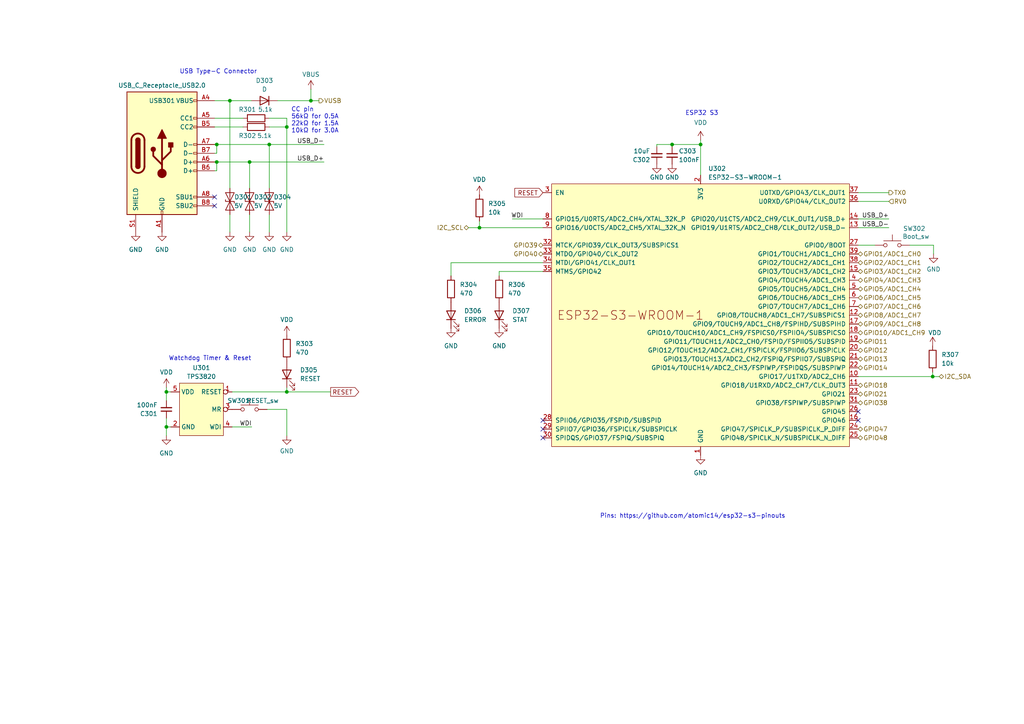
<source format=kicad_sch>
(kicad_sch (version 20231120) (generator "eeschema") (generator_version "8.0")
  (paper "A4")
  (lib_symbols
    (symbol "Connector:USB_C_Receptacle_USB2.0" (pin_names (offset 1.016))
      (property "Reference" "J" (at -10.16 19.05 0))
      (property "Value" "USB_C_Receptacle_USB2.0" (at 19.05 19.05 0))
      (symbol "USB_C_Receptacle_USB2.0_0_0"
        (rectangle (start -0.254 -17.78) (end 0.254 -16.764))
        (rectangle (start 10.16 -14.986) (end 9.144 -15.494))
        (rectangle (start 10.16 -12.446) (end 9.144 -12.954))
        (rectangle (start 10.16 -4.826) (end 9.144 -5.334))
        (rectangle (start 10.16 -2.286) (end 9.144 -2.794))
        (rectangle (start 10.16 0.254) (end 9.144 -0.254))
        (rectangle (start 10.16 2.794) (end 9.144 2.286))
        (rectangle (start 10.16 7.874) (end 9.144 7.366))
        (rectangle (start 10.16 10.414) (end 9.144 9.906))
        (rectangle (start 10.16 15.494) (end 9.144 14.986))
      )
      (symbol "USB_C_Receptacle_USB2.0_0_1"
        (rectangle (start -10.16 17.78) (end 10.16 -17.78) (stroke (width 0.254)) (fill (type background)))
        (arc (start -8.89 -3.81) (mid -6.985 -5.7067) (end -5.08 -3.81) (stroke (width 0.508)))
        (arc (start -7.62 -3.81) (mid -6.985 -4.4423) (end -6.35 -3.81) (stroke (width 0.254)))
        (arc (start -7.62 -3.81) (mid -6.985 -4.4423) (end -6.35 -3.81) (stroke (width 0.254)) (fill (type outline)))
        (rectangle (start -7.62 -3.81) (end -6.35 3.81) (stroke (width 0.254)) (fill (type outline)))
        (arc (start -6.35 3.81) (mid -6.985 4.4423) (end -7.62 3.81) (stroke (width 0.254)))
        (arc (start -6.35 3.81) (mid -6.985 4.4423) (end -7.62 3.81) (stroke (width 0.254)) (fill (type outline)))
        (arc (start -5.08 3.81) (mid -6.985 5.7067) (end -8.89 3.81) (stroke (width 0.508)))
        (circle (center -2.54 1.143) (radius 0.635) (stroke (width 0.254)) (fill (type outline)))
        (circle (center 0 -5.842) (radius 1.27) (fill (type outline)))
        (polyline (pts (xy -8.89 -3.81) (xy -8.89 3.81)) (stroke (width 0.508)))
        (polyline (pts (xy -5.08 3.81) (xy -5.08 -3.81)) (stroke (width 0.508)))
        (polyline (pts (xy 0 -5.842) (xy 0 4.318)) (stroke (width 0.508)))
        (polyline (pts (xy 0 -3.302) (xy -2.54 -0.762) (xy -2.54 0.508)) (stroke (width 0.508)))
        (polyline (pts (xy 0 -2.032) (xy 2.54 0.508) (xy 2.54 1.778)) (stroke (width 0.508)))
        (polyline (pts (xy -1.27 4.318) (xy 0 6.858) (xy 1.27 4.318) (xy -1.27 4.318)) (stroke (width 0.254)) (fill (type outline)))
        (rectangle (start 1.905 1.778) (end 3.175 3.048) (stroke (width 0.254)) (fill (type outline)))
      )
      (symbol "USB_C_Receptacle_USB2.0_1_1"
        (pin passive line (at 0 -22.86 90) (length 5.08) (name "GND") (number "A1"))
        (pin passive line (at 0 -22.86 90) (length 5.08) hide (name "GND") (number "A12"))
        (pin passive line (at 15.24 15.24 180) (length 5.08) (name "VBUS") (number "A4"))
        (pin bidirectional line (at 15.24 10.16 180) (length 5.08) (name "CC1") (number "A5"))
        (pin bidirectional line (at 15.24 -2.54 180) (length 5.08) (name "D+") (number "A6"))
        (pin bidirectional line (at 15.24 2.54 180) (length 5.08) (name "D-") (number "A7"))
        (pin bidirectional line (at 15.24 -12.7 180) (length 5.08) (name "SBU1") (number "A8"))
        (pin passive line (at 15.24 15.24 180) (length 5.08) hide (name "VBUS") (number "A9"))
        (pin passive line (at 0 -22.86 90) (length 5.08) hide (name "GND") (number "B1"))
        (pin passive line (at 0 -22.86 90) (length 5.08) hide (name "GND") (number "B12"))
        (pin passive line (at 15.24 15.24 180) (length 5.08) hide (name "VBUS") (number "B4"))
        (pin bidirectional line (at 15.24 7.62 180) (length 5.08) (name "CC2") (number "B5"))
        (pin bidirectional line (at 15.24 -5.08 180) (length 5.08) (name "D+") (number "B6"))
        (pin bidirectional line (at 15.24 0 180) (length 5.08) (name "D-") (number "B7"))
        (pin bidirectional line (at 15.24 -15.24 180) (length 5.08) (name "SBU2") (number "B8"))
        (pin passive line (at 15.24 15.24 180) (length 5.08) hide (name "VBUS") (number "B9"))
        (pin passive line (at -7.62 -22.86 90) (length 5.08) (name "SHIELD") (number "S1"))
      )
    )
    (symbol "Device:C_Small" (pin_numbers hide) (pin_names (offset 0.254) hide)
      (property "Reference" "C" (at 0.254 1.778 0))
      (property "Value" "C_Small" (at 0.254 -2.032 0))
      (symbol "C_Small_0_1"
        (polyline (pts (xy -1.524 -0.508) (xy 1.524 -0.508)) (stroke (width 0.3302)))
        (polyline (pts (xy -1.524 0.508) (xy 1.524 0.508)) (stroke (width 0.3048)))
      )
      (symbol "C_Small_1_1"
        (pin passive line (at 0 2.54 270) (length 2.032) (name "~") (number "1"))
        (pin passive line (at 0 -2.54 90) (length 2.032) (name "~") (number "2"))
      )
    )
    (symbol "Device:D" (pin_numbers hide) (pin_names (offset 1.016) hide)
      (property "Reference" "D" (at 0 2.54 0))
      (property "Value" "D" (at 0 -2.54 0))
      (symbol "D_0_1"
        (polyline (pts (xy -1.27 1.27) (xy -1.27 -1.27)) (stroke (width 0.254)))
        (polyline (pts (xy 1.27 0) (xy -1.27 0)))
        (polyline (pts (xy 1.27 1.27) (xy 1.27 -1.27) (xy -1.27 0) (xy 1.27 1.27)) (stroke (width 0.254)))
      )
      (symbol "D_1_1"
        (pin passive line (at -3.81 0 0) (length 2.54) (name "K") (number "1"))
        (pin passive line (at 3.81 0 180) (length 2.54) (name "A") (number "2"))
      )
    )
    (symbol "Device:LED" (pin_numbers hide) (pin_names (offset 1.016) hide)
      (property "Reference" "D" (at 0 2.54 0))
      (property "Value" "LED" (at 0 -2.54 0))
      (symbol "LED_0_1"
        (polyline (pts (xy -1.27 -1.27) (xy -1.27 1.27)) (stroke (width 0.254)))
        (polyline (pts (xy -1.27 0) (xy 1.27 0)))
        (polyline (pts (xy 1.27 -1.27) (xy 1.27 1.27) (xy -1.27 0) (xy 1.27 -1.27)) (stroke (width 0.254)))
        (polyline (pts (xy -3.048 -0.762) (xy -4.572 -2.286) (xy -3.81 -2.286) (xy -4.572 -2.286) (xy -4.572 -1.524)))
        (polyline (pts (xy -1.778 -0.762) (xy -3.302 -2.286) (xy -2.54 -2.286) (xy -3.302 -2.286) (xy -3.302 -1.524)))
      )
      (symbol "LED_1_1"
        (pin passive line (at -3.81 0 0) (length 2.54) (name "K") (number "1"))
        (pin passive line (at 3.81 0 180) (length 2.54) (name "A") (number "2"))
      )
    )
    (symbol "Device:R" (pin_numbers hide) (pin_names (offset 0))
      (property "Reference" "R" (at 2.032 0 90))
      (property "Value" "R" (at 0 0 90))
      (symbol "R_0_1"
        (rectangle (start -1.016 -2.54) (end 1.016 2.54) (stroke (width 0.254)))
      )
      (symbol "R_1_1"
        (pin passive line (at 0 3.81 270) (length 1.27) (name "~") (number "1"))
        (pin passive line (at 0 -3.81 90) (length 1.27) (name "~") (number "2"))
      )
    )
    (symbol "Diode:ESD9B5.0ST5G" (pin_numbers hide) (pin_names (offset 1.016) hide)
      (property "Reference" "D" (at 0 2.54 0))
      (property "Value" "ESD9B5.0ST5G" (at 0 -2.54 0))
      (symbol "ESD9B5.0ST5G_0_1"
        (polyline (pts (xy 1.27 0) (xy -1.27 0)))
        (polyline (pts (xy -2.54 -1.27) (xy 0 0) (xy -2.54 1.27) (xy -2.54 -1.27)) (stroke (width 0.2032)))
        (polyline (pts (xy 0.508 1.27) (xy 0 1.27) (xy 0 -1.27) (xy -0.508 -1.27)) (stroke (width 0.2032)))
        (polyline (pts (xy 2.54 1.27) (xy 2.54 -1.27) (xy 0 0) (xy 2.54 1.27)) (stroke (width 0.2032)))
      )
      (symbol "ESD9B5.0ST5G_1_1"
        (pin passive line (at -3.81 0 0) (length 2.54) (name "A1") (number "1"))
        (pin passive line (at 3.81 0 180) (length 2.54) (name "A2") (number "2"))
      )
    )
    (symbol "PCM_Espressif:ESP32-S3-WROOM-1" (pin_names (offset 1.016))
      (property "Reference" "U" (at -43.18 43.18 0))
      (property "Value" "ESP32-S3-WROOM-1" (at -43.18 40.64 0))
      (symbol "ESP32-S3-WROOM-1_0_0"
        (text "ESP32-S3-WROOM-1" (at -20.32 0 0) (effects (font (size 2.54 2.54))))
        (pin power_in line (at 0 -40.64 90) (length 2.54) (name "GND") (number "1"))
        (pin bidirectional line (at 45.72 -17.78 180) (length 2.54) (name "GPIO17/U1TXD/ADC2_CH6") (number "10"))
        (pin bidirectional line (at 45.72 -20.32 180) (length 2.54) (name "GPIO18/U1RXD/ADC2_CH7/CLK_OUT3") (number "11"))
        (pin bidirectional line (at 45.72 0 180) (length 2.54) (name "GPIO8/TOUCH8/ADC1_CH7/SUBSPICS1") (number "12"))
        (pin bidirectional line (at 45.72 25.4 180) (length 2.54) (name "GPIO19/U1RTS/ADC2_CH8/CLK_OUT2/USB_D-") (number "13"))
        (pin bidirectional line (at 45.72 27.94 180) (length 2.54) (name "GPIO20/U1CTS/ADC2_CH9/CLK_OUT1/USB_D+") (number "14"))
        (pin bidirectional line (at 45.72 12.7 180) (length 2.54) (name "GPIO3/TOUCH3/ADC1_CH2") (number "15"))
        (pin bidirectional line (at 45.72 -30.48 180) (length 2.54) (name "GPIO46") (number "16"))
        (pin bidirectional line (at 45.72 -2.54 180) (length 2.54) (name "GPIO9/TOUCH9/ADC1_CH8/FSPIHD/SUBSPIHD") (number "17"))
        (pin bidirectional line (at 45.72 -5.08 180) (length 2.54) (name "GPIO10/TOUCH10/ADC1_CH9/FSPICS0/FSPIIO4/SUBSPICS0") (number "18"))
        (pin bidirectional line (at 45.72 -7.62 180) (length 2.54) (name "GPIO11/TOUCH11/ADC2_CH0/FSPID/FSPIIO5/SUBSPID") (number "19"))
        (pin power_in line (at 0 40.64 270) (length 2.54) (name "3V3") (number "2"))
        (pin bidirectional line (at 45.72 -10.16 180) (length 2.54) (name "GPIO12/TOUCH12/ADC2_CH1/FSPICLK/FSPIIO6/SUBSPICLK") (number "20"))
        (pin bidirectional line (at 45.72 -12.7 180) (length 2.54) (name "GPIO13/TOUCH13/ADC2_CH2/FSPIQ/FSPIIO7/SUBSPIQ") (number "21"))
        (pin bidirectional line (at 45.72 -15.24 180) (length 2.54) (name "GPIO14/TOUCH14/ADC2_CH3/FSPIWP/FSPIDQS/SUBSPIWP") (number "22"))
        (pin bidirectional line (at 45.72 -22.86 180) (length 2.54) (name "GPIO21") (number "23"))
        (pin bidirectional line (at 45.72 -33.02 180) (length 2.54) (name "GPIO47/SPICLK_P/SUBSPICLK_P_DIFF") (number "24"))
        (pin bidirectional line (at 45.72 -35.56 180) (length 2.54) (name "GPIO48/SPICLK_N/SUBSPICLK_N_DIFF") (number "25"))
        (pin bidirectional line (at 45.72 -27.94 180) (length 2.54) (name "GPIO45") (number "26"))
        (pin bidirectional line (at 45.72 20.32 180) (length 2.54) (name "GPIO0/BOOT") (number "27"))
        (pin bidirectional line (at -45.72 -30.48 0) (length 2.54) (name "SPIIO6/GPIO35/FSPID/SUBSPID") (number "28"))
        (pin bidirectional line (at -45.72 -33.02 0) (length 2.54) (name "SPIIO7/GPIO36/FSPICLK/SUBSPICLK") (number "29"))
        (pin input line (at -45.72 35.56 0) (length 2.54) (name "EN") (number "3"))
        (pin bidirectional line (at -45.72 -35.56 0) (length 2.54) (name "SPIDQS/GPIO37/FSPIQ/SUBSPIQ") (number "30"))
        (pin bidirectional line (at 45.72 -25.4 180) (length 2.54) (name "GPIO38/FSPIWP/SUBSPIWP") (number "31"))
        (pin bidirectional line (at -45.72 20.32 0) (length 2.54) (name "MTCK/GPIO39/CLK_OUT3/SUBSPICS1") (number "32"))
        (pin bidirectional line (at -45.72 17.78 0) (length 2.54) (name "MTDO/GPIO40/CLK_OUT2") (number "33"))
        (pin bidirectional line (at -45.72 15.24 0) (length 2.54) (name "MTDI/GPIO41/CLK_OUT1") (number "34"))
        (pin bidirectional line (at -45.72 12.7 0) (length 2.54) (name "MTMS/GPIO42") (number "35"))
        (pin bidirectional line (at 45.72 33.02 180) (length 2.54) (name "U0RXD/GPIO44/CLK_OUT2") (number "36"))
        (pin bidirectional line (at 45.72 35.56 180) (length 2.54) (name "U0TXD/GPIO43/CLK_OUT1") (number "37"))
        (pin bidirectional line (at 45.72 15.24 180) (length 2.54) (name "GPIO2/TOUCH2/ADC1_CH1") (number "38"))
        (pin bidirectional line (at 45.72 17.78 180) (length 2.54) (name "GPIO1/TOUCH1/ADC1_CH0") (number "39"))
        (pin bidirectional line (at 45.72 10.16 180) (length 2.54) (name "GPIO4/TOUCH4/ADC1_CH3") (number "4"))
        (pin passive line (at 0 -40.64 90) (length 2.54) hide (name "GND") (number "40"))
        (pin passive line (at 0 -40.64 90) (length 2.54) hide (name "GND") (number "41"))
        (pin bidirectional line (at 45.72 7.62 180) (length 2.54) (name "GPIO5/TOUCH5/ADC1_CH4") (number "5"))
        (pin bidirectional line (at 45.72 5.08 180) (length 2.54) (name "GPIO6/TOUCH6/ADC1_CH5") (number "6"))
        (pin bidirectional line (at 45.72 2.54 180) (length 2.54) (name "GPIO7/TOUCH7/ADC1_CH6") (number "7"))
        (pin bidirectional line (at -45.72 27.94 0) (length 2.54) (name "GPIO15/U0RTS/ADC2_CH4/XTAL_32K_P") (number "8"))
        (pin bidirectional line (at -45.72 25.4 0) (length 2.54) (name "GPIO16/U0CTS/ADC2_CH5/XTAL_32K_N") (number "9"))
      )
      (symbol "ESP32-S3-WROOM-1_0_1"
        (rectangle (start -43.18 38.1) (end 43.18 -38.1) (fill (type background)))
      )
    )
    (symbol "Switch:SW_Push" (pin_numbers hide) (pin_names (offset 1.016) hide)
      (property "Reference" "SW" (at 1.27 2.54 0))
      (property "Value" "SW_Push" (at 0 -1.524 0))
      (symbol "SW_Push_0_1"
        (circle (center -2.032 0) (radius 0.508))
        (polyline (pts (xy 0 1.27) (xy 0 3.048)))
        (polyline (pts (xy 2.54 1.27) (xy -2.54 1.27)))
        (circle (center 2.032 0) (radius 0.508))
        (pin passive line (at -5.08 0 0) (length 2.54) (name "1") (number "1"))
        (pin passive line (at 5.08 0 180) (length 2.54) (name "2") (number "2"))
      )
    )
    (symbol "WOBCLibrary:TPS3820"
      (property "Reference" "U" (at 0 0 0))
      (property "Value" "TPS3820" (at 0 8.89 0))
      (symbol "TPS3820_1_1"
        (rectangle (start -6.35 7.62) (end 6.35 -7.62) (fill (type background)))
        (pin output inverted (at 8.89 5.08 180) (length 2.54) (name "RESET") (number "1"))
        (pin power_in line (at -8.89 -5.08 0) (length 2.54) (name "GND") (number "2"))
        (pin input inverted (at 8.89 0 180) (length 2.54) (name "MR") (number "3"))
        (pin input line (at 8.89 -5.08 180) (length 2.54) (name "WDI") (number "4"))
        (pin power_in line (at -8.89 5.08 0) (length 2.54) (name "VDD") (number "5"))
      )
    )
    (symbol "power:GND" (power) (pin_names (offset 0))
      (property "Value" "GND" (at 0 -3.81 0))
      (symbol "GND_0_1"
        (polyline (pts (xy 0 0) (xy 0 -1.27) (xy 1.27 -1.27) (xy 0 -2.54) (xy -1.27 -1.27) (xy 0 -1.27)))
      )
      (symbol "GND_1_1"
        (pin power_in line (at 0 0 270) (length 0) hide (name "GND") (number "1"))
      )
    )
    (symbol "power:VBUS" (power) (pin_numbers hide) (pin_names (offset 0) hide)
      (property "Value" "VBUS" (at 0 3.556 0))
      (symbol "VBUS_0_1"
        (polyline (pts (xy -0.762 1.27) (xy 0 2.54)))
        (polyline (pts (xy 0 0) (xy 0 2.54)))
        (polyline (pts (xy 0 2.54) (xy 0.762 1.27)))
      )
      (symbol "VBUS_1_1"
        (pin power_in line (at 0 0 90) (length 0) (name "~") (number "1"))
      )
    )
    (symbol "power:VDD" (power) (pin_names (offset 0))
      (property "Value" "VDD" (at 0 3.81 0))
      (symbol "VDD_0_1"
        (polyline (pts (xy -0.762 1.27) (xy 0 2.54)))
        (polyline (pts (xy 0 0) (xy 0 2.54)))
        (polyline (pts (xy 0 2.54) (xy 0.762 1.27)))
      )
      (symbol "VDD_1_1"
        (pin power_in line (at 0 0 90) (length 0) hide (name "VDD") (number "1"))
      )
    )
  )
  (junction (at 62.865 41.91))
  (junction (at 83.185 36.83))
  (junction (at 90.17 29.21))
  (junction (at 48.26 123.825))
  (junction (at 62.865 46.99))
  (junction (at 48.26 113.665))
  (junction (at 66.675 29.21))
  (junction (at 194.945 41.91))
  (junction (at 203.2 41.91))
  (junction (at 139.065 66.04))
  (junction (at 83.185 113.665))
  (junction (at 270.51 109.22))
  (junction (at 72.39 46.99))
  (junction (at 78.105 41.91))
  (no_connect (at 248.92 121.92))
  (no_connect (at 62.23 57.15))
  (no_connect (at 157.48 121.92))
  (no_connect (at 157.48 127))
  (no_connect (at 62.23 59.69))
  (no_connect (at 248.92 119.38))
  (no_connect (at 157.48 124.46))
  (wire (pts (xy 83.185 36.83) (xy 83.185 67.31)))
  (wire (pts (xy 248.92 55.88) (xy 257.81 55.88)))
  (wire (pts (xy 190.5 42.545) (xy 190.5 41.91)))
  (wire (pts (xy 130.81 76.2) (xy 157.48 76.2)))
  (wire (pts (xy 194.945 41.91) (xy 194.945 42.545)))
  (wire (pts (xy 48.26 113.665) (xy 49.53 113.665)))
  (wire (pts (xy 78.105 67.31) (xy 78.105 62.23)))
  (wire (pts (xy 95.885 113.665) (xy 83.185 113.665)))
  (wire (pts (xy 263.906 71.12) (xy 270.764 71.12)))
  (wire (pts (xy 272.415 109.22) (xy 270.51 109.22)))
  (wire (pts (xy 203.2 41.91) (xy 194.945 41.91)))
  (wire (pts (xy 144.78 78.74) (xy 157.48 78.74)))
  (wire (pts (xy 203.2 40.64) (xy 203.2 41.91)))
  (wire (pts (xy 83.185 113.665) (xy 67.31 113.665)))
  (wire (pts (xy 62.865 41.91) (xy 78.105 41.91)))
  (wire (pts (xy 270.764 71.12) (xy 270.764 73.66)))
  (wire (pts (xy 78.105 36.83) (xy 83.185 36.83)))
  (wire (pts (xy 62.23 49.53) (xy 62.865 49.53)))
  (wire (pts (xy 80.518 29.21) (xy 90.17 29.21)))
  (wire (pts (xy 83.185 112.395) (xy 83.185 113.665)))
  (wire (pts (xy 78.105 41.91) (xy 78.105 54.61)))
  (wire (pts (xy 73.025 123.825) (xy 67.31 123.825)))
  (wire (pts (xy 83.185 118.745) (xy 83.185 126.365)))
  (wire (pts (xy 139.065 66.04) (xy 157.48 66.04)))
  (wire (pts (xy 90.17 25.908) (xy 90.17 29.21)))
  (wire (pts (xy 48.26 126.365) (xy 48.26 123.825)))
  (wire (pts (xy 93.98 46.99) (xy 72.39 46.99)))
  (wire (pts (xy 139.065 64.135) (xy 139.065 66.04)))
  (wire (pts (xy 66.675 29.21) (xy 72.898 29.21)))
  (wire (pts (xy 270.51 107.95) (xy 270.51 109.22)))
  (wire (pts (xy 66.675 29.21) (xy 62.23 29.21)))
  (wire (pts (xy 62.23 41.91) (xy 62.865 41.91)))
  (wire (pts (xy 48.26 121.285) (xy 48.26 123.825)))
  (wire (pts (xy 72.39 46.99) (xy 72.39 54.61)))
  (wire (pts (xy 90.17 29.21) (xy 92.5122 29.21)))
  (wire (pts (xy 144.78 80.01) (xy 144.78 78.74)))
  (wire (pts (xy 72.39 67.31) (xy 72.39 62.23)))
  (wire (pts (xy 270.51 109.22) (xy 248.92 109.22)))
  (wire (pts (xy 257.81 66.04) (xy 248.92 66.04)))
  (wire (pts (xy 135.89 66.04) (xy 139.065 66.04)))
  (wire (pts (xy 48.26 113.665) (xy 48.26 116.205)))
  (wire (pts (xy 190.5 41.91) (xy 194.945 41.91)))
  (wire (pts (xy 72.39 46.99) (xy 62.865 46.99)))
  (wire (pts (xy 83.185 34.29) (xy 83.185 36.83)))
  (wire (pts (xy 248.92 71.12) (xy 253.746 71.12)))
  (wire (pts (xy 70.485 36.83) (xy 62.23 36.83)))
  (wire (pts (xy 66.675 29.21) (xy 66.675 54.61)))
  (wire (pts (xy 130.81 76.2) (xy 130.81 80.01)))
  (wire (pts (xy 62.865 49.53) (xy 62.865 46.99)))
  (wire (pts (xy 148.59 63.5) (xy 157.48 63.5)))
  (wire (pts (xy 48.26 123.825) (xy 49.53 123.825)))
  (wire (pts (xy 78.105 41.91) (xy 93.98 41.91)))
  (wire (pts (xy 62.23 44.45) (xy 62.865 44.45)))
  (wire (pts (xy 48.26 112.395) (xy 48.26 113.665)))
  (wire (pts (xy 62.865 44.45) (xy 62.865 41.91)))
  (wire (pts (xy 70.485 34.29) (xy 62.23 34.29)))
  (wire (pts (xy 77.47 118.745) (xy 83.185 118.745)))
  (wire (pts (xy 62.865 46.99) (xy 62.23 46.99)))
  (wire (pts (xy 78.105 34.29) (xy 83.185 34.29)))
  (wire (pts (xy 257.81 63.5) (xy 248.92 63.5)))
  (wire (pts (xy 66.675 67.31) (xy 66.675 62.23)))
  (wire (pts (xy 257.81 58.42) (xy 248.92 58.42)))
  (wire (pts (xy 203.2 41.91) (xy 203.2 50.8)))
  (text "Pins: https://github.com/atomic14/esp32-s3-pinouts" (at 173.99 150.495 0) (effects (font (size 1.27 1.27)) (justify left bottom)))
  (text "Watchdog Timer & Reset" (at 48.895 104.775 0) (effects (font (size 1.27 1.27)) (justify left bottom)))
  (text "USB Type-C Connector" (at 52.07 21.59 0) (effects (font (size 1.27 1.27)) (justify left bottom)))
  (text "CC pin\n56kΩ for 0.5A\n22kΩ for 1.5A\n10kΩ for 3.0A" (at 84.455 38.735 0) (effects (font (size 1.27 1.27)) (justify left bottom)))
  (text "ESP32 S3" (at 198.755 33.655 0) (effects (font (size 1.27 1.27)) (justify left bottom)))
  (label "USB_D+" (at 257.81 63.5 180))
  (label "WDI" (at 73.025 123.825 180))
  (label "USB_D+" (at 93.98 46.99 180))
  (label "WDI" (at 151.765 63.5 180))
  (label "USB_D-" (at 93.98 41.91 180))
  (label "USB_D-" (at 257.81 66.04 180))
  (global_label "RESET" (shape output) (at 95.885 113.665 0) (property "Intersheetrefs" "${INTERSHEET_REFS}" (effects (hide yes))))
  (global_label "RESET" (shape input) (at 157.48 55.88 180) (property "Intersheetrefs" "${INTERSHEET_REFS}" (effects (hide yes))))
  (hierarchical_label "GPIO4{slash}ADC1_CH3" (shape bidirectional) (at 248.92 81.28 0))
  (hierarchical_label "RV0" (shape input) (at 257.81 58.42 0))
  (hierarchical_label "GPIO13" (shape bidirectional) (at 248.92 104.14 0))
  (hierarchical_label "I2C_SCL" (shape bidirectional) (at 135.89 66.04 180))
  (hierarchical_label "GPIO10{slash}ADC1_CH9" (shape bidirectional) (at 248.92 96.52 0))
  (hierarchical_label "VUSB" (shape output) (at 92.5122 29.21 0))
  (hierarchical_label "GPIO21" (shape bidirectional) (at 248.92 114.3 0))
  (hierarchical_label "TX0" (shape output) (at 257.81 55.88 0))
  (hierarchical_label "GPIO8{slash}ADC1_CH7" (shape bidirectional) (at 248.92 91.44 0))
  (hierarchical_label "GPIO39" (shape bidirectional) (at 157.48 71.12 180))
  (hierarchical_label "GPIO7{slash}ADC1_CH6" (shape bidirectional) (at 248.92 88.9 0))
  (hierarchical_label "I2C_SDA" (shape bidirectional) (at 272.415 109.22 0))
  (hierarchical_label "GPIO12" (shape bidirectional) (at 248.92 101.6 0))
  (hierarchical_label "GPIO14" (shape bidirectional) (at 248.92 106.68 0))
  (hierarchical_label "GPIO11" (shape bidirectional) (at 248.92 99.06 0))
  (hierarchical_label "GPIO38" (shape bidirectional) (at 248.92 116.84 0))
  (hierarchical_label "GPIO18" (shape bidirectional) (at 248.92 111.76 0))
  (hierarchical_label "GPIO9{slash}ADC1_CH8" (shape bidirectional) (at 248.92 93.98 0))
  (hierarchical_label "GPIO40" (shape bidirectional) (at 157.48 73.66 180))
  (hierarchical_label "GPIO3{slash}ADC1_CH2" (shape bidirectional) (at 248.92 78.74 0))
  (hierarchical_label "GPIO48" (shape bidirectional) (at 248.92 127 0))
  (hierarchical_label "GPIO5{slash}ADC1_CH4" (shape bidirectional) (at 248.92 83.82 0))
  (hierarchical_label "GPIO1{slash}ADC1_CH0" (shape bidirectional) (at 248.92 73.66 0))
  (hierarchical_label "GPIO6{slash}ADC1_CH5" (shape bidirectional) (at 248.92 86.36 0))
  (hierarchical_label "GPIO2{slash}ADC1_CH1" (shape bidirectional) (at 248.92 76.2 0))
  (hierarchical_label "GPIO47" (shape bidirectional) (at 248.92 124.46 0))
  (symbol (lib_id "Diode:ESD9B5.0ST5G") (at 72.39 58.42 90) (unit 1)
    (property "Reference" "D302" (at 73.66 57.15 90) (effects (justify right)))
    (property "Value" "5V" (at 73.66 59.69 90) (effects (justify right)))
    (property "Footprint" "Diode_SMD:D_SOD-882D" (effects (hide yes)))
    (property "Datasheet" "https://www.onsemi.com/pub/Collateral/ESD9B-D.PDF" (effects (hide yes)))
    (property "LCSC" "C7420372" (effects (hide yes)))
  )
  (symbol (lib_id "power:VDD") (at 203.2 40.64 0) (unit 1)
    (property "Reference" "#PWR0319" (effects (hide yes)))
    (property "Value" "VDD" (at 203.2 35.56 0))
    (instances (project "Rocket" (path "" (reference "#PWR0319") (unit 1))) (project "IGNRocketOrderFile" (path "" (reference "#PWR0317") (unit 1))))
  )
  (symbol (lib_id "Device:LED") (at 83.185 108.585 90) (unit 1)
    (property "Reference" "D305" (at 86.995 107.315 90) (effects (justify right)))
    (property "Value" "RESET" (at 86.995 109.855 90) (effects (justify right)))
    (property "Footprint" "LED_SMD:LED_0805_2012Metric" (effects (hide yes)))
    (property "LCSC" "C2296" (effects (hide yes)))
  )
  (symbol (lib_id "Diode:ESD9B5.0ST5G") (at 66.675 58.42 90) (unit 1)
    (property "Reference" "D301" (at 67.945 57.15 90) (effects (justify right)))
    (property "Value" "5V" (at 67.945 59.69 90) (effects (justify right)))
    (property "Footprint" "Diode_SMD:D_SOD-882D" (effects (hide yes)))
    (property "Datasheet" "https://www.onsemi.com/pub/Collateral/ESD9B-D.PDF" (effects (hide yes)))
    (property "LCSC" "C7420372" (effects (hide yes)))
  )
  (symbol (lib_id "Device:R") (at 83.185 100.965 0) (unit 1)
    (property "Reference" "R303" (at 85.725 99.695 0) (effects (justify left)))
    (property "Value" "470" (at 85.725 102.235 0) (effects (justify left)))
    (property "Footprint" "Resistor_SMD:R_0402_1005Metric" (effects (hide yes)))
    (property "LCSC" "C25117" (effects (hide yes)))
  )
  (symbol (lib_id "power:GND") (at 194.945 47.625 0) (unit 1)
    (property "Reference" "#PWR0318" (effects (hide yes)))
    (property "Value" "GND" (at 194.945 51.435 0))
    (instances (project "Rocket" (path "" (reference "#PWR0318") (unit 1))) (project "IGNRocketOrderFile" (path "" (reference "#PWR0316") (unit 1))))
  )
  (symbol (lib_id "power:GND") (at 83.185 126.365 0) (unit 1)
    (property "Reference" "#PWR0312" (effects (hide yes)))
    (property "Value" "GND" (at 83.185 130.81 0))
    (instances (project "Rocket" (path "" (reference "#PWR0312") (unit 1))) (project "IGNRocketOrderFile" (path "" (reference "#PWR0310") (unit 1))))
  )
  (symbol (lib_id "Device:LED") (at 144.78 91.44 90) (unit 1)
    (property "Reference" "D307" (at 148.59 90.17 90) (effects (justify right)))
    (property "Value" "STAT" (at 148.59 92.71 90) (effects (justify right)))
    (property "Footprint" "LED_SMD:LED_0805_2012Metric" (effects (hide yes)))
    (property "LCSC" "C2297" (effects (hide yes)))
  )
  (symbol (lib_id "power:GND") (at 46.99 67.31 0) (unit 1)
    (property "Reference" "#PWR0304" (effects (hide yes)))
    (property "Value" "GND" (at 46.99 72.39 0))
    (instances (project "Rocket" (path "" (reference "#PWR0304") (unit 1))) (project "IGNRocketOrderFile" (path "" (reference "#PWR0302") (unit 1))))
  )
  (symbol (lib_id "Switch:SW_Push") (at 258.826 71.12 0) (unit 1)
    (property "Reference" "SW302" (at 265.176 66.294 0))
    (property "Value" "Boot_sw" (at 265.684 68.58 0))
    (property "Footprint" "WOBCLibrary:TVAF06-A020B-R" (effects (hide yes)))
  )
  (symbol (lib_id "power:VDD") (at 270.51 100.33 0) (unit 1)
    (property "Reference" "#PWR0321" (effects (hide yes)))
    (property "Value" "VDD" (at 271.145 96.52 0))
    (instances (project "Rocket" (path "" (reference "#PWR0321") (unit 1))) (project "IGNRocketOrderFile" (path "" (reference "#PWR0319") (unit 1))))
  )
  (symbol (lib_id "power:GND") (at 39.37 67.31 0) (unit 1)
    (property "Reference" "#PWR0303" (effects (hide yes)))
    (property "Value" "GND" (at 39.37 72.39 0))
    (instances (project "Rocket" (path "" (reference "#PWR0303") (unit 1))) (project "IGNRocketOrderFile" (path "" (reference "#PWR0301") (unit 1))))
  )
  (symbol (lib_id "Device:C_Small") (at 194.945 45.085 0) (unit 1)
    (property "Reference" "C303" (at 196.85 43.815 0) (effects (justify left)))
    (property "Value" "100nF" (at 196.85 46.355 0) (effects (justify left)))
    (property "Footprint" "Capacitor_SMD:C_0402_1005Metric" (effects (hide yes)))
    (property "LCSC" "C1525" (effects (hide yes)))
  )
  (symbol (lib_id "Device:R") (at 270.51 104.14 0) (unit 1)
    (property "Reference" "R307" (at 273.05 102.87 0) (effects (justify left)))
    (property "Value" "10k" (at 273.05 105.41 0) (effects (justify left)))
    (property "Footprint" "Resistor_SMD:R_0402_1005Metric" (effects (hide yes)))
    (property "LCSC" "C25744" (effects (hide yes)))
  )
  (symbol (lib_id "Device:R") (at 130.81 83.82 0) (unit 1)
    (property "Reference" "R304" (at 133.35 82.55 0) (effects (justify left)))
    (property "Value" "470" (at 133.35 85.09 0) (effects (justify left)))
    (property "Footprint" "Resistor_SMD:R_0402_1005Metric" (effects (hide yes)))
    (property "LCSC" "C25117" (effects (hide yes)))
  )
  (symbol (lib_id "power:VDD") (at 139.065 56.515 0) (unit 1)
    (property "Reference" "#PWR0315" (effects (hide yes)))
    (property "Value" "VDD" (at 139.065 52.07 0))
    (instances (project "Rocket" (path "" (reference "#PWR0315") (unit 1))) (project "IGNRocketOrderFile" (path "" (reference "#PWR0313") (unit 1))))
  )
  (symbol (lib_id "PCM_Espressif:ESP32-S3-WROOM-1") (at 203.2 91.44 0) (unit 1)
    (property "Reference" "U302" (at 205.3941 48.895 0) (effects (justify left)))
    (property "Value" "ESP32-S3-WROOM-1" (at 205.3941 51.435 0) (effects (justify left)))
    (property "Footprint" "RF_Module:ESP32-S3-WROOM-1" (effects (hide yes)))
    (property "Datasheet" "https://www.espressif.com/sites/default/files/documentation/esp32-s3-wroom-1_wroom-1u_datasheet_en.pdf" (effects (hide yes)))
  )
  (symbol (lib_id "power:VBUS") (at 90.17 25.908 0) (unit 1)
    (property "Reference" "#PWR0313" (effects (hide yes)))
    (property "Value" "VBUS" (at 90.17 21.59 0))
    (property "Description" "Power symbol creates a global label with name \"VBUS\"" (effects (hide yes)))
    (instances (project "" (path "" (reference "#PWR0313") (unit 1))) (project "IGNRocketOrderFile" (path "" (reference "#PWR0311") (unit 1))))
  )
  (symbol (lib_id "power:GND") (at 270.764 73.66 0) (unit 1)
    (property "Reference" "#PWR0322" (effects (hide yes)))
    (property "Value" "GND" (at 270.764 78.105 0))
    (instances (project "Rocket" (path "" (reference "#PWR0322") (unit 1))) (project "IGNRocketOrderFile" (path "" (reference "#PWR0320") (unit 1))))
  )
  (symbol (lib_id "Device:LED") (at 130.81 91.44 90) (unit 1)
    (property "Reference" "D306" (at 134.62 90.17 90) (effects (justify right)))
    (property "Value" "ERROR" (at 134.62 92.71 90) (effects (justify right)))
    (property "Footprint" "LED_SMD:LED_0805_2012Metric" (effects (hide yes)))
    (property "LCSC" "C84256" (effects (hide yes)))
  )
  (symbol (lib_id "power:GND") (at 66.675 67.31 0) (unit 1)
    (property "Reference" "#PWR0307" (effects (hide yes)))
    (property "Value" "GND" (at 66.675 72.39 0))
    (instances (project "Rocket" (path "" (reference "#PWR0307") (unit 1))) (project "IGNRocketOrderFile" (path "" (reference "#PWR0305") (unit 1))))
  )
  (symbol (lib_id "power:GND") (at 203.2 132.08 0) (unit 1)
    (property "Reference" "#PWR0320" (effects (hide yes)))
    (property "Value" "GND" (at 203.2 137.16 0))
    (instances (project "Rocket" (path "" (reference "#PWR0320") (unit 1))) (project "IGNRocketOrderFile" (path "" (reference "#PWR0318") (unit 1))))
  )
  (symbol (lib_id "power:GND") (at 78.105 67.31 0) (unit 1)
    (property "Reference" "#PWR0309" (effects (hide yes)))
    (property "Value" "GND" (at 78.105 72.39 0))
    (instances (project "Rocket" (path "" (reference "#PWR0309") (unit 1))) (project "IGNRocketOrderFile" (path "" (reference "#PWR0307") (unit 1))))
  )
  (symbol (lib_id "Device:C_Small") (at 48.26 118.745 180) (unit 1)
    (property "Reference" "C301" (at 45.72 120.0087 0) (effects (justify left)))
    (property "Value" "100nF" (at 45.72 117.4687 0) (effects (justify left)))
    (property "Footprint" "Capacitor_SMD:C_0402_1005Metric" (effects (hide yes)))
    (property "LCSC" "C1525" (effects (hide yes)))
  )
  (symbol (lib_id "Device:R") (at 74.295 36.83 90) (unit 1)
    (property "Reference" "R302" (at 71.755 39.37 90))
    (property "Value" "5.1k" (at 76.708 39.37 90))
    (property "Footprint" "Resistor_SMD:R_0402_1005Metric" (effects (hide yes)))
    (property "LCSC" "C25905" (effects (hide yes)))
  )
  (symbol (lib_id "Device:R") (at 74.295 34.29 90) (unit 1)
    (property "Reference" "R301" (at 71.755 31.75 90))
    (property "Value" "5.1k" (at 76.962 31.75 90))
    (property "Footprint" "Resistor_SMD:R_0402_1005Metric" (effects (hide yes)))
    (property "LCSC" "C25905" (effects (hide yes)))
  )
  (symbol (lib_id "Device:D") (at 76.708 29.21 180) (unit 1)
    (property "Reference" "D303" (at 76.708 23.368 0))
    (property "Value" "D" (at 76.708 25.908 0))
    (property "Footprint" "Diode_SMD:D_SOD-323" (effects (hide yes)))
    (property "Description" "Diode" (effects (hide yes)))
    (property "Sim.Device" "D" (effects (hide yes)))
    (property "Sim.Pins" "1=K 2=A" (effects (hide yes)))
    (property "LCSC" "C191023" (effects (hide yes)))
  )
  (symbol (lib_id "power:GND") (at 130.81 95.25 0) (unit 1)
    (property "Reference" "#PWR0314" (effects (hide yes)))
    (property "Value" "GND" (at 130.81 100.33 0))
    (instances (project "Rocket" (path "" (reference "#PWR0314") (unit 1))) (project "IGNRocketOrderFile" (path "" (reference "#PWR0312") (unit 1))))
  )
  (symbol (lib_id "Device:R") (at 144.78 83.82 0) (unit 1)
    (property "Reference" "R306" (at 147.32 82.55 0) (effects (justify left)))
    (property "Value" "470" (at 147.32 85.09 0) (effects (justify left)))
    (property "Footprint" "Resistor_SMD:R_0402_1005Metric" (effects (hide yes)))
    (property "LCSC" "C25117" (effects (hide yes)))
  )
  (symbol (lib_id "power:GND") (at 48.26 126.365 0) (unit 1)
    (property "Reference" "#PWR0306" (effects (hide yes)))
    (property "Value" "GND" (at 48.26 131.445 0))
    (instances (project "Rocket" (path "" (reference "#PWR0306") (unit 1))) (project "IGNRocketOrderFile" (path "" (reference "#PWR0304") (unit 1))))
  )
  (symbol (lib_id "power:GND") (at 190.5 47.625 0) (unit 1)
    (property "Reference" "#PWR0317" (effects (hide yes)))
    (property "Value" "GND" (at 190.5 51.435 0))
    (instances (project "Rocket" (path "" (reference "#PWR0317") (unit 1))) (project "IGNRocketOrderFile" (path "" (reference "#PWR0315") (unit 1))))
  )
  (symbol (lib_id "power:GND") (at 144.78 95.25 0) (unit 1)
    (property "Reference" "#PWR0316" (effects (hide yes)))
    (property "Value" "GND" (at 144.78 100.33 0))
    (instances (project "Rocket" (path "" (reference "#PWR0316") (unit 1))) (project "IGNRocketOrderFile" (path "" (reference "#PWR0314") (unit 1))))
  )
  (symbol (lib_id "power:VDD") (at 83.185 97.155 0) (unit 1)
    (property "Reference" "#PWR0311" (effects (hide yes)))
    (property "Value" "VDD" (at 83.185 92.71 0))
    (instances (project "Rocket" (path "" (reference "#PWR0311") (unit 1))) (project "IGNRocketOrderFile" (path "" (reference "#PWR0309") (unit 1))))
  )
  (symbol (lib_id "Diode:ESD9B5.0ST5G") (at 78.105 58.42 90) (unit 1)
    (property "Reference" "D304" (at 79.375 57.15 90) (effects (justify right)))
    (property "Value" "5V" (at 79.375 59.69 90) (effects (justify right)))
    (property "Footprint" "Diode_SMD:D_SOD-882D" (effects (hide yes)))
    (property "Datasheet" "https://www.onsemi.com/pub/Collateral/ESD9B-D.PDF" (effects (hide yes)))
    (property "LCSC" "C7420372" (effects (hide yes)))
  )
  (symbol (lib_id "power:GND") (at 72.39 67.31 0) (unit 1)
    (property "Reference" "#PWR0308" (effects (hide yes)))
    (property "Value" "GND" (at 72.39 72.39 0))
    (instances (project "Rocket" (path "" (reference "#PWR0308") (unit 1))) (project "IGNRocketOrderFile" (path "" (reference "#PWR0306") (unit 1))))
  )
  (symbol (lib_id "power:VDD") (at 48.26 112.395 0) (unit 1)
    (property "Reference" "#PWR0305" (effects (hide yes)))
    (property "Value" "VDD" (at 48.26 107.95 0))
    (instances (project "Rocket" (path "" (reference "#PWR0305") (unit 1))) (project "IGNRocketOrderFile" (path "" (reference "#PWR0303") (unit 1))))
  )
  (symbol (lib_id "WOBCLibrary:TPS3820") (at 58.42 118.745 0) (unit 1)
    (property "Reference" "U301" (at 58.42 106.68 0))
    (property "Value" "TPS3820" (at 58.42 109.22 0))
    (property "Footprint" "PCM_Package_TO_SOT_SMD_AKL:SOT-23-5" (effects (hide yes)))
    (property "LCSC" "C7719" (effects (hide yes)))
  )
  (symbol (lib_id "Device:C_Small") (at 190.5 45.085 180) (unit 1)
    (property "Reference" "C302" (at 188.595 46.355 0) (effects (justify left)))
    (property "Value" "10uF" (at 188.595 43.815 0) (effects (justify left)))
    (property "Footprint" "Capacitor_SMD:C_0603_1608Metric" (effects (hide yes)))
    (property "LCSC" "C96446" (effects (hide yes)))
  )
  (symbol (lib_id "Connector:USB_C_Receptacle_USB2.0") (at 46.99 44.45 0) (unit 1)
    (property "Reference" "USB301" (at 46.99 29.21 0))
    (property "Value" "USB_C_Receptacle_USB2.0" (at 46.99 24.765 0))
    (property "Footprint" "WOBCLibrary:USB_C_TYPEC-301S-ACP16X7" (effects (hide yes)))
    (property "Datasheet" "https://www.usb.org/sites/default/files/documents/usb_type-c.zip" (effects (hide yes)))
    (property "LCSC" "C2856766" (effects (hide yes)))
  )
  (symbol (lib_id "Switch:SW_Push") (at 72.39 118.745 0) (unit 1)
    (property "Reference" "SW301" (at 69.215 116.205 0))
    (property "Value" "RESET_sw" (at 76.2 116.205 0))
    (property "Footprint" "WOBCLibrary:TVAF06-A020B-R" (effects (hide yes)))
  )
  (symbol (lib_id "Device:R") (at 139.065 60.325 0) (unit 1)
    (property "Reference" "R305" (at 141.605 59.055 0) (effects (justify left)))
    (property "Value" "10k" (at 141.605 61.595 0) (effects (justify left)))
    (property "Footprint" "Resistor_SMD:R_0402_1005Metric" (effects (hide yes)))
    (property "LCSC" "C25744" (effects (hide yes)))
  )
  (symbol (lib_id "power:GND") (at 83.185 67.31 0) (unit 1)
    (property "Reference" "#PWR0310" (effects (hide yes)))
    (property "Value" "GND" (at 83.185 72.39 0))
    (instances (project "Rocket" (path "" (reference "#PWR0310") (unit 1))) (project "IGNRocketOrderFile" (path "" (reference "#PWR0308") (unit 1))))
  )
)
</source>
